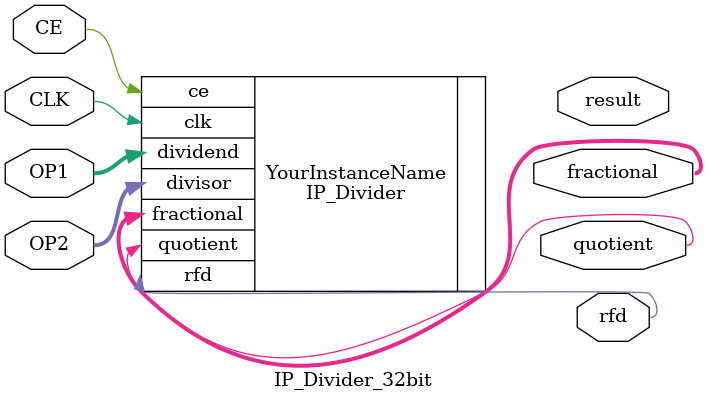
<source format=v>
`timescale 1ns / 1ps
module IP_Divider_32bit
			#(parameter WIDTH = 32)

			( input 				  CLK,						  //clock				 
									 // nRST,						  //negative reset
			  input [WIDTH-1:0] OP1,						  //input
			  input [WIDTH-1:0] OP2,						  //input
			  input 				  CE,								
			  output 	 	  		rfd,					  //exception out
			  output 	 	  		quotient,					  //exception out
			  output [WIDTH-1:0]	fractional,					  //exception out
			  output [WIDTH-1:0] result //final width = mantissa part + exponent part + sign bit
			 ); 

IP_Divider YourInstanceName (
	.clk(CLK), // input clk
	.ce(CE), // input ce
	.rfd(rfd), // output rfd
	.dividend(OP1), // input [31 : 0] dividend
	.divisor(OP2), // input [31 : 0] divisor
	.quotient(quotient), // output [31 : 0] quotient
	.fractional(fractional)); // output [31 : 0] fractional

endmodule

</source>
